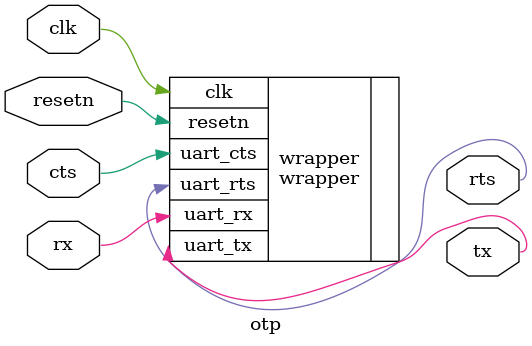
<source format=v>
/* verilator lint_off PINMISSING */

module otp #(
    parameter FIRMWARE_FILE = "fw/otp.mem",
    parameter ROM_ADDR_BITS = 12, // 4K ROM
    parameter RAM_ADDR_BITS = 12, // 4K RAM
    parameter FRAM_ADDR_BITS = 12 // 4k FRAM
) (
    input clk,
    input resetn,
    input rx,
    input cts,
    output tx,
    output rts
);

wrapper #(
    .FIRMWARE_FILE (FIRMWARE_FILE),
    .ROM_ADDR_BITS (ROM_ADDR_BITS),
    .RAM_ADDR_BITS (RAM_ADDR_BITS),
    .FRAM_ADDR_BITS (FRAM_ADDR_BITS)
) wrapper (
    .clk (clk),
    .resetn (resetn),
    .uart_tx (tx),
    .uart_rx (rx),
    .uart_cts (cts),
    .uart_rts (rts)
);

endmodule

</source>
